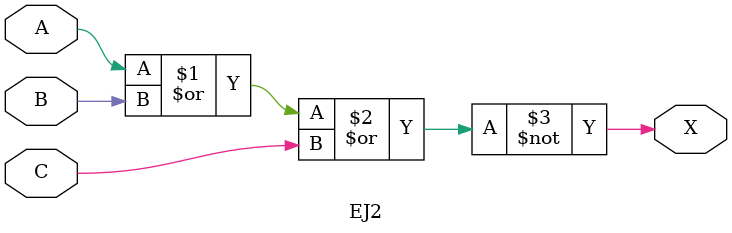
<source format=v>
module EJ2(
     input wire A,B,C,
     output wire X
    );
   
    assign X = ~(A |B | C);

endmodule

</source>
